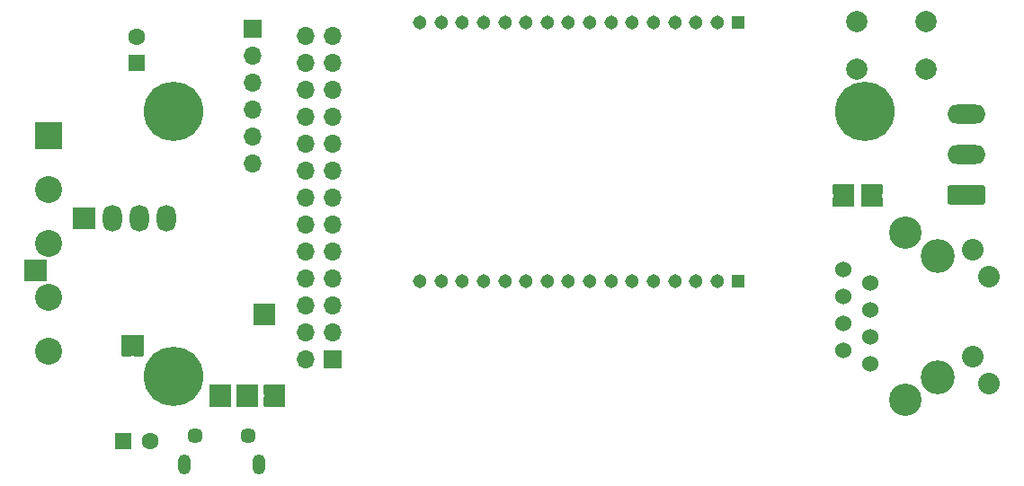
<source format=gbs>
G04 #@! TF.GenerationSoftware,KiCad,Pcbnew,7.0.5-0*
G04 #@! TF.CreationDate,2024-11-09T14:15:42+01:00*
G04 #@! TF.ProjectId,p44mini_lx,7034346d-696e-4695-9f6c-782e6b696361,rev?*
G04 #@! TF.SameCoordinates,Original*
G04 #@! TF.FileFunction,Soldermask,Bot*
G04 #@! TF.FilePolarity,Negative*
%FSLAX46Y46*%
G04 Gerber Fmt 4.6, Leading zero omitted, Abs format (unit mm)*
G04 Created by KiCad (PCBNEW 7.0.5-0) date 2024-11-09 14:15:42*
%MOMM*%
%LPD*%
G01*
G04 APERTURE LIST*
G04 Aperture macros list*
%AMRoundRect*
0 Rectangle with rounded corners*
0 $1 Rounding radius*
0 $2 $3 $4 $5 $6 $7 $8 $9 X,Y pos of 4 corners*
0 Add a 4 corners polygon primitive as box body*
4,1,4,$2,$3,$4,$5,$6,$7,$8,$9,$2,$3,0*
0 Add four circle primitives for the rounded corners*
1,1,$1+$1,$2,$3*
1,1,$1+$1,$4,$5*
1,1,$1+$1,$6,$7*
1,1,$1+$1,$8,$9*
0 Add four rect primitives between the rounded corners*
20,1,$1+$1,$2,$3,$4,$5,0*
20,1,$1+$1,$4,$5,$6,$7,0*
20,1,$1+$1,$6,$7,$8,$9,0*
20,1,$1+$1,$8,$9,$2,$3,0*%
G04 Aperture macros list end*
%ADD10R,1.600000X1.600000*%
%ADD11C,1.600000*%
%ADD12R,1.700000X1.700000*%
%ADD13O,1.700000X1.700000*%
%ADD14C,5.600000*%
%ADD15R,1.305560X1.305560*%
%ADD16C,1.305560*%
%ADD17C,3.200000*%
%ADD18C,1.524000*%
%ADD19C,2.032000*%
%ADD20C,3.048000*%
%ADD21C,2.000000*%
%ADD22R,2.540000X2.540000*%
%ADD23C,2.540000*%
%ADD24O,1.800000X2.540000*%
%ADD25RoundRect,0.250000X1.550000X-0.650000X1.550000X0.650000X-1.550000X0.650000X-1.550000X-0.650000X0*%
%ADD26O,3.600000X1.800000*%
%ADD27O,1.200000X1.900000*%
%ADD28C,1.450000*%
%ADD29R,2.000000X0.950000*%
%ADD30R,0.950000X2.000000*%
G04 APERTURE END LIST*
G36*
X78349600Y-75708800D02*
G01*
X80349600Y-75708800D01*
X80349600Y-77806165D01*
X78349600Y-77806165D01*
X78349600Y-75708800D01*
G37*
G36*
X84565200Y-68088000D02*
G01*
X82467835Y-68088000D01*
X82467835Y-70088000D01*
X84565200Y-70088000D01*
X84565200Y-68088000D01*
G37*
G36*
X82889600Y-77808800D02*
G01*
X80889600Y-77808800D01*
X80889600Y-75711435D01*
X82889600Y-75711435D01*
X82889600Y-77808800D01*
G37*
G36*
X139074400Y-58962000D02*
G01*
X137074400Y-58962000D01*
X137074400Y-56864635D01*
X139074400Y-56864635D01*
X139074400Y-58962000D01*
G37*
G36*
X72170000Y-71034400D02*
G01*
X70072635Y-71034400D01*
X70072635Y-73034400D01*
X72170000Y-73034400D01*
X72170000Y-71034400D01*
G37*
G36*
X141716000Y-58962000D02*
G01*
X139716000Y-58962000D01*
X139716000Y-56864635D01*
X141716000Y-56864635D01*
X141716000Y-58962000D01*
G37*
G36*
X60926000Y-65973200D02*
G01*
X63023365Y-65973200D01*
X63023365Y-63973200D01*
X60926000Y-63973200D01*
X60926000Y-65973200D01*
G37*
G36*
X83480400Y-75708800D02*
G01*
X85480400Y-75708800D01*
X85480400Y-77806165D01*
X83480400Y-77806165D01*
X83480400Y-75708800D01*
G37*
G36*
X67598000Y-59045600D02*
G01*
X65500635Y-59045600D01*
X65500635Y-61045600D01*
X67598000Y-61045600D01*
X67598000Y-59045600D01*
G37*
D10*
X70250000Y-81000000D03*
D11*
X72750000Y-81000000D03*
D12*
X82448400Y-42214800D03*
D13*
X82448400Y-44754800D03*
X82448400Y-47294800D03*
X82448400Y-49834800D03*
X82448400Y-52374800D03*
X82448400Y-54914800D03*
D10*
X71500000Y-45411394D03*
D11*
X71500000Y-42911394D03*
D14*
X75000000Y-74950000D03*
X74950000Y-49950000D03*
D15*
X128173480Y-41592500D03*
D16*
X126174500Y-41592500D03*
X124175520Y-41592500D03*
X122174000Y-41592500D03*
X120175020Y-41592500D03*
X118173500Y-41592500D03*
X116174520Y-41592500D03*
X114175540Y-41592500D03*
X112176560Y-41592500D03*
X110177580Y-41592500D03*
X108176060Y-41592500D03*
X106177080Y-41592500D03*
X104175560Y-41592500D03*
X102176580Y-41592500D03*
X100177600Y-41592500D03*
X98176080Y-41592500D03*
D15*
X128173480Y-65989200D03*
D16*
X126174500Y-65989200D03*
X124175520Y-65989200D03*
X122174000Y-65989200D03*
X120175020Y-65989200D03*
X118173500Y-65989200D03*
X116174520Y-65989200D03*
X114175540Y-65989200D03*
X112176560Y-65989200D03*
X110177580Y-65989200D03*
X108176060Y-65989200D03*
X106177080Y-65989200D03*
X104175560Y-65989200D03*
X102176580Y-65989200D03*
X100177600Y-65989200D03*
X98176080Y-65989200D03*
D17*
X146964400Y-63576200D03*
X146964400Y-75006200D03*
D18*
X140614400Y-73736200D03*
X138074400Y-72466200D03*
X140614400Y-71196200D03*
X138074400Y-69926200D03*
X140614400Y-68656200D03*
X138074400Y-67386200D03*
X140614400Y-66116200D03*
X138074400Y-64846200D03*
D19*
X151765000Y-75641200D03*
X150241000Y-73101200D03*
X151739600Y-65532000D03*
X150215600Y-62992000D03*
D20*
X143916400Y-77165200D03*
X143916400Y-61417200D03*
D12*
X89916000Y-73355200D03*
D13*
X87376000Y-73355200D03*
X89916000Y-70815200D03*
X87376000Y-70815200D03*
X89916000Y-68275200D03*
X87376000Y-68275200D03*
X89916000Y-65735200D03*
X87376000Y-65735200D03*
X89916000Y-63195200D03*
X87376000Y-63195200D03*
X89916000Y-60655200D03*
X87376000Y-60655200D03*
X89916000Y-58115200D03*
X87376000Y-58115200D03*
X89916000Y-55575200D03*
X87376000Y-55575200D03*
X89916000Y-53035200D03*
X87376000Y-53035200D03*
X89916000Y-50495200D03*
X87376000Y-50495200D03*
X89916000Y-47955200D03*
X87376000Y-47955200D03*
X89916000Y-45415200D03*
X87376000Y-45415200D03*
X89916000Y-42875200D03*
X87376000Y-42875200D03*
D21*
X139320200Y-41500000D03*
X145820200Y-41500000D03*
X139320200Y-46000000D03*
X145820200Y-46000000D03*
D14*
X140050000Y-50000000D03*
D22*
X63227500Y-52290000D03*
D23*
X63227500Y-57370000D03*
X63227500Y-62450000D03*
X63227500Y-67530000D03*
X63227500Y-72610000D03*
D24*
X69170000Y-60000000D03*
X71710000Y-60000000D03*
X74250000Y-60000000D03*
D25*
X149656800Y-57861200D03*
D26*
X149656800Y-54051200D03*
X149656800Y-50241200D03*
D27*
X76002000Y-83228700D03*
D28*
X77002000Y-80528700D03*
X82002000Y-80528700D03*
D27*
X83002000Y-83228700D03*
D29*
X79349600Y-76183800D03*
X79349600Y-77333800D03*
D30*
X84090200Y-69088000D03*
X82940200Y-69088000D03*
D29*
X81889600Y-77333800D03*
X81889600Y-76183800D03*
X138074400Y-58487000D03*
X138074400Y-57337000D03*
D30*
X71695000Y-72034400D03*
X70545000Y-72034400D03*
D29*
X140716000Y-58487000D03*
X140716000Y-57337000D03*
D30*
X61401000Y-64973200D03*
X62551000Y-64973200D03*
D29*
X84480400Y-76183800D03*
X84480400Y-77333800D03*
D30*
X67123000Y-60045600D03*
X65973000Y-60045600D03*
M02*

</source>
